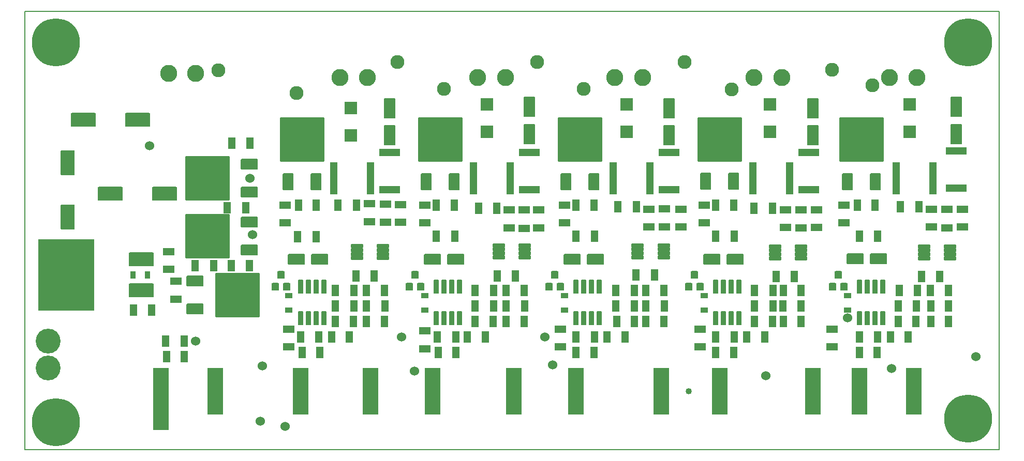
<source format=gbr>
G04 PROTEUS RS274X GERBER FILE*
%FSLAX45Y45*%
%MOMM*%
G01*
%ADD46C,1.524000*%
%ADD47C,1.016000*%
%ADD48C,2.286000*%
%AMPPAD043*
4,1,4,
0.596900,-2.654300,
-0.596900,-2.654300,
-0.596900,2.654300,
0.596900,2.654300,
0.596900,-2.654300,
0*%
%ADD49PPAD043*%
%ADD50C,4.064000*%
%ADD51C,2.794000*%
%AMPPAD046*
4,1,36,
-1.143000,1.270000,
1.143000,1.270000,
1.168970,1.267470,
1.192980,1.260200,
1.214580,1.248650,
1.233290,1.233290,
1.248650,1.214570,
1.260200,1.192980,
1.267470,1.168970,
1.270000,1.143000,
1.270000,-1.143000,
1.267470,-1.168970,
1.260200,-1.192980,
1.248650,-1.214570,
1.233290,-1.233290,
1.214580,-1.248650,
1.192980,-1.260200,
1.168970,-1.267470,
1.143000,-1.270000,
-1.143000,-1.270000,
-1.168970,-1.267470,
-1.192980,-1.260200,
-1.214580,-1.248650,
-1.233290,-1.233290,
-1.248650,-1.214570,
-1.260200,-1.192980,
-1.267470,-1.168970,
-1.270000,-1.143000,
-1.270000,1.143000,
-1.267470,1.168970,
-1.260200,1.192980,
-1.248650,1.214570,
-1.233290,1.233290,
-1.214580,1.248650,
-1.192980,1.260200,
-1.168970,1.267470,
-1.143000,1.270000,
0*%
%ADD52PPAD046*%
%AMPPAD047*
4,1,4,
-0.571500,0.901700,
0.571500,0.901700,
0.571500,-0.901700,
-0.571500,-0.901700,
-0.571500,0.901700,
0*%
%ADD53PPAD047*%
%AMPPAD048*
4,1,4,
0.901700,0.571500,
0.901700,-0.571500,
-0.901700,-0.571500,
-0.901700,0.571500,
0.901700,0.571500,
0*%
%ADD54PPAD048*%
%AMPPAD049*
4,1,4,
1.054100,-1.054100,
-1.054100,-1.054100,
-1.054100,1.054100,
1.054100,1.054100,
1.054100,-1.054100,
0*%
%ADD55PPAD049*%
%AMPPAD050*
4,1,36,
0.825500,-1.651000,
-0.825500,-1.651000,
-0.851470,-1.648470,
-0.875480,-1.641200,
-0.897080,-1.629650,
-0.915790,-1.614290,
-0.931150,-1.595570,
-0.942700,-1.573980,
-0.949970,-1.549970,
-0.952500,-1.524000,
-0.952500,1.524000,
-0.949970,1.549970,
-0.942700,1.573980,
-0.931150,1.595570,
-0.915790,1.614290,
-0.897080,1.629650,
-0.875480,1.641200,
-0.851470,1.648470,
-0.825500,1.651000,
0.825500,1.651000,
0.851470,1.648470,
0.875480,1.641200,
0.897080,1.629650,
0.915790,1.614290,
0.931150,1.595570,
0.942700,1.573980,
0.949970,1.549970,
0.952500,1.524000,
0.952500,-1.524000,
0.949970,-1.549970,
0.942700,-1.573980,
0.931150,-1.595570,
0.915790,-1.614290,
0.897080,-1.629650,
0.875480,-1.641200,
0.851470,-1.648470,
0.825500,-1.651000,
0*%
%ADD56PPAD050*%
%AMPPAD051*
4,1,4,
1.701800,0.622300,
1.701800,-0.622300,
-1.701800,-0.622300,
-1.701800,0.622300,
1.701800,0.622300,
0*%
%ADD57PPAD051*%
%AMPPAD052*
4,1,36,
-3.492500,3.619500,
3.492500,3.619500,
3.518470,3.616970,
3.542480,3.609700,
3.564080,3.598150,
3.582790,3.582790,
3.598150,3.564070,
3.609700,3.542480,
3.616970,3.518470,
3.619500,3.492500,
3.619500,-3.492500,
3.616970,-3.518470,
3.609700,-3.542480,
3.598150,-3.564070,
3.582790,-3.582790,
3.564080,-3.598150,
3.542480,-3.609700,
3.518470,-3.616970,
3.492500,-3.619500,
-3.492500,-3.619500,
-3.518470,-3.616970,
-3.542480,-3.609700,
-3.564080,-3.598150,
-3.582790,-3.582790,
-3.598150,-3.564070,
-3.609700,-3.542480,
-3.616970,-3.518470,
-3.619500,-3.492500,
-3.619500,3.492500,
-3.616970,3.518470,
-3.609700,3.542480,
-3.598150,3.564070,
-3.582790,3.582790,
-3.564080,3.598150,
-3.542480,3.609700,
-3.518470,3.616970,
-3.492500,3.619500,
0*%
%ADD58PPAD052*%
%AMPPAD053*
4,1,36,
-0.762000,1.397000,
0.762000,1.397000,
0.787970,1.394470,
0.811980,1.387200,
0.833580,1.375650,
0.852290,1.360290,
0.867650,1.341570,
0.879200,1.319980,
0.886470,1.295970,
0.889000,1.270000,
0.889000,-1.270000,
0.886470,-1.295970,
0.879200,-1.319980,
0.867650,-1.341570,
0.852290,-1.360290,
0.833580,-1.375650,
0.811980,-1.387200,
0.787970,-1.394470,
0.762000,-1.397000,
-0.762000,-1.397000,
-0.787970,-1.394470,
-0.811980,-1.387200,
-0.833580,-1.375650,
-0.852290,-1.360290,
-0.867650,-1.341570,
-0.879200,-1.319980,
-0.886470,-1.295970,
-0.889000,-1.270000,
-0.889000,1.270000,
-0.886470,1.295970,
-0.879200,1.319980,
-0.867650,1.341570,
-0.852290,1.360290,
-0.833580,1.375650,
-0.811980,1.387200,
-0.787970,1.394470,
-0.762000,1.397000,
0*%
%ADD59PPAD053*%
%AMPPAD054*
4,1,36,
0.317500,-1.143000,
-0.317500,-1.143000,
-0.343470,-1.140470,
-0.367480,-1.133200,
-0.389080,-1.121650,
-0.407790,-1.106290,
-0.423150,-1.087570,
-0.434700,-1.065980,
-0.441970,-1.041970,
-0.444500,-1.016000,
-0.444500,1.016000,
-0.441970,1.041970,
-0.434700,1.065980,
-0.423150,1.087570,
-0.407790,1.106290,
-0.389080,1.121650,
-0.367480,1.133200,
-0.343470,1.140470,
-0.317500,1.143000,
0.317500,1.143000,
0.343470,1.140470,
0.367480,1.133200,
0.389080,1.121650,
0.407790,1.106290,
0.423150,1.087570,
0.434700,1.065980,
0.441970,1.041970,
0.444500,1.016000,
0.444500,-1.016000,
0.441970,-1.041970,
0.434700,-1.065980,
0.423150,-1.087570,
0.407790,-1.106290,
0.389080,-1.121650,
0.367480,-1.133200,
0.343470,-1.140470,
0.317500,-1.143000,
0*%
%ADD60PPAD054*%
%AMPPAD055*
4,1,36,
-1.397000,-0.762000,
-1.397000,0.762000,
-1.394470,0.787970,
-1.387200,0.811980,
-1.375650,0.833580,
-1.360290,0.852290,
-1.341570,0.867650,
-1.319980,0.879200,
-1.295970,0.886470,
-1.270000,0.889000,
1.270000,0.889000,
1.295970,0.886470,
1.319980,0.879200,
1.341570,0.867650,
1.360290,0.852290,
1.375650,0.833580,
1.387200,0.811980,
1.394470,0.787970,
1.397000,0.762000,
1.397000,-0.762000,
1.394470,-0.787970,
1.387200,-0.811980,
1.375650,-0.833580,
1.360290,-0.852290,
1.341570,-0.867650,
1.319980,-0.879200,
1.295970,-0.886470,
1.270000,-0.889000,
-1.270000,-0.889000,
-1.295970,-0.886470,
-1.319980,-0.879200,
-1.341570,-0.867650,
-1.360290,-0.852290,
-1.375650,-0.833580,
-1.387200,-0.811980,
-1.394470,-0.787970,
-1.397000,-0.762000,
0*%
%ADD61PPAD055*%
%AMPPAD056*
4,1,36,
0.571500,0.317500,
0.571500,-0.317500,
0.568970,-0.343470,
0.561700,-0.367480,
0.550150,-0.389080,
0.534790,-0.407790,
0.516070,-0.423150,
0.494480,-0.434700,
0.470470,-0.441970,
0.444500,-0.444500,
-0.444500,-0.444500,
-0.470470,-0.441970,
-0.494480,-0.434700,
-0.516070,-0.423150,
-0.534790,-0.407790,
-0.550150,-0.389080,
-0.561700,-0.367480,
-0.568970,-0.343470,
-0.571500,-0.317500,
-0.571500,0.317500,
-0.568970,0.343470,
-0.561700,0.367480,
-0.550150,0.389080,
-0.534790,0.407790,
-0.516070,0.423150,
-0.494480,0.434700,
-0.470470,0.441970,
-0.444500,0.444500,
0.444500,0.444500,
0.470470,0.441970,
0.494480,0.434700,
0.516070,0.423150,
0.534790,0.407790,
0.550150,0.389080,
0.561700,0.367480,
0.568970,0.343470,
0.571500,0.317500,
0*%
%ADD62PPAD056*%
%AMPPAD057*
4,1,36,
0.444500,-0.635000,
-0.444500,-0.635000,
-0.470470,-0.632470,
-0.494480,-0.625200,
-0.516080,-0.613650,
-0.534790,-0.598290,
-0.550150,-0.579570,
-0.561700,-0.557980,
-0.568970,-0.533970,
-0.571500,-0.508000,
-0.571500,0.508000,
-0.568970,0.533970,
-0.561700,0.557980,
-0.550150,0.579570,
-0.534790,0.598290,
-0.516080,0.613650,
-0.494480,0.625200,
-0.470470,0.632470,
-0.444500,0.635000,
0.444500,0.635000,
0.470470,0.632470,
0.494480,0.625200,
0.516080,0.613650,
0.534790,0.598290,
0.550150,0.579570,
0.561700,0.557980,
0.568970,0.533970,
0.571500,0.508000,
0.571500,-0.508000,
0.568970,-0.533970,
0.561700,-0.557980,
0.550150,-0.579570,
0.534790,-0.598290,
0.516080,-0.613650,
0.494480,-0.625200,
0.470470,-0.632470,
0.444500,-0.635000,
0*%
%ADD63PPAD057*%
%AMPPAD058*
4,1,36,
-1.016000,-0.190500,
-1.016000,0.190500,
-1.013470,0.216470,
-1.006200,0.240480,
-0.994650,0.262080,
-0.979290,0.280790,
-0.960570,0.296150,
-0.938980,0.307700,
-0.914970,0.314970,
-0.889000,0.317500,
0.889000,0.317500,
0.914970,0.314970,
0.938980,0.307700,
0.960570,0.296150,
0.979290,0.280790,
0.994650,0.262080,
1.006200,0.240480,
1.013470,0.216470,
1.016000,0.190500,
1.016000,-0.190500,
1.013470,-0.216470,
1.006200,-0.240480,
0.994650,-0.262080,
0.979290,-0.280790,
0.960570,-0.296150,
0.938980,-0.307700,
0.914970,-0.314970,
0.889000,-0.317500,
-0.889000,-0.317500,
-0.914970,-0.314970,
-0.938980,-0.307700,
-0.960570,-0.296150,
-0.979290,-0.280790,
-0.994650,-0.262080,
-1.006200,-0.240480,
-1.013470,-0.216470,
-1.016000,-0.190500,
0*%
%ADD64PPAD058*%
%ADD65C,7.874000*%
%AMPPAD060*
4,1,36,
3.619500,3.492500,
3.619500,-3.492500,
3.616970,-3.518470,
3.609700,-3.542480,
3.598150,-3.564080,
3.582790,-3.582790,
3.564070,-3.598150,
3.542480,-3.609700,
3.518470,-3.616970,
3.492500,-3.619500,
-3.492500,-3.619500,
-3.518470,-3.616970,
-3.542480,-3.609700,
-3.564070,-3.598150,
-3.582790,-3.582790,
-3.598150,-3.564080,
-3.609700,-3.542480,
-3.616970,-3.518470,
-3.619500,-3.492500,
-3.619500,3.492500,
-3.616970,3.518470,
-3.609700,3.542480,
-3.598150,3.564080,
-3.582790,3.582790,
-3.564070,3.598150,
-3.542480,3.609700,
-3.518470,3.616970,
-3.492500,3.619500,
3.492500,3.619500,
3.518470,3.616970,
3.542480,3.609700,
3.564070,3.598150,
3.582790,3.582790,
3.598150,3.564080,
3.609700,3.542480,
3.616970,3.518470,
3.619500,3.492500,
0*%
%ADD66PPAD060*%
%AMPPAD061*
4,1,36,
-1.016000,2.032000,
1.016000,2.032000,
1.041970,2.029470,
1.065980,2.022200,
1.087580,2.010650,
1.106290,1.995290,
1.121650,1.976570,
1.133200,1.954980,
1.140470,1.930970,
1.143000,1.905000,
1.143000,-1.905000,
1.140470,-1.930970,
1.133200,-1.954980,
1.121650,-1.976570,
1.106290,-1.995290,
1.087580,-2.010650,
1.065980,-2.022200,
1.041970,-2.029470,
1.016000,-2.032000,
-1.016000,-2.032000,
-1.041970,-2.029470,
-1.065980,-2.022200,
-1.087580,-2.010650,
-1.106290,-1.995290,
-1.121650,-1.976570,
-1.133200,-1.954980,
-1.140470,-1.930970,
-1.143000,-1.905000,
-1.143000,1.905000,
-1.140470,1.930970,
-1.133200,1.954980,
-1.121650,1.976570,
-1.106290,1.995290,
-1.087580,2.010650,
-1.065980,2.022200,
-1.041970,2.029470,
-1.016000,2.032000,
0*%
%ADD67PPAD061*%
%AMPPAD062*
4,1,36,
-0.317500,0.571500,
0.317500,0.571500,
0.343470,0.568970,
0.367480,0.561700,
0.389080,0.550150,
0.407790,0.534790,
0.423150,0.516070,
0.434700,0.494480,
0.441970,0.470470,
0.444500,0.444500,
0.444500,-0.444500,
0.441970,-0.470470,
0.434700,-0.494480,
0.423150,-0.516070,
0.407790,-0.534790,
0.389080,-0.550150,
0.367480,-0.561700,
0.343470,-0.568970,
0.317500,-0.571500,
-0.317500,-0.571500,
-0.343470,-0.568970,
-0.367480,-0.561700,
-0.389080,-0.550150,
-0.407790,-0.534790,
-0.423150,-0.516070,
-0.434700,-0.494480,
-0.441970,-0.470470,
-0.444500,-0.444500,
-0.444500,0.444500,
-0.441970,0.470470,
-0.434700,0.494480,
-0.423150,0.516070,
-0.407790,0.534790,
-0.389080,0.550150,
-0.367480,0.561700,
-0.343470,0.568970,
-0.317500,0.571500,
0*%
%ADD68PPAD062*%
%AMPPAD063*
4,1,36,
-4.572000,-5.715000,
-4.572000,5.715000,
-4.569470,5.740970,
-4.562200,5.764980,
-4.550650,5.786580,
-4.535290,5.805290,
-4.516570,5.820650,
-4.494980,5.832200,
-4.470970,5.839470,
-4.445000,5.842000,
4.445000,5.842000,
4.470970,5.839470,
4.494980,5.832200,
4.516570,5.820650,
4.535290,5.805290,
4.550650,5.786580,
4.562200,5.764980,
4.569470,5.740970,
4.572000,5.715000,
4.572000,-5.715000,
4.569470,-5.740970,
4.562200,-5.764980,
4.550650,-5.786580,
4.535290,-5.805290,
4.516570,-5.820650,
4.494980,-5.832200,
4.470970,-5.839470,
4.445000,-5.842000,
-4.445000,-5.842000,
-4.470970,-5.839470,
-4.494980,-5.832200,
-4.516570,-5.820650,
-4.535290,-5.805290,
-4.550650,-5.786580,
-4.562200,-5.764980,
-4.569470,-5.740970,
-4.572000,-5.715000,
0*%
%ADD69PPAD063*%
%AMPPAD064*
4,1,36,
-2.032000,-1.016000,
-2.032000,1.016000,
-2.029470,1.041970,
-2.022200,1.065980,
-2.010650,1.087580,
-1.995290,1.106290,
-1.976570,1.121650,
-1.954980,1.133200,
-1.930970,1.140470,
-1.905000,1.143000,
1.905000,1.143000,
1.930970,1.140470,
1.954980,1.133200,
1.976570,1.121650,
1.995290,1.106290,
2.010650,1.087580,
2.022200,1.065980,
2.029470,1.041970,
2.032000,1.016000,
2.032000,-1.016000,
2.029470,-1.041970,
2.022200,-1.065980,
2.010650,-1.087580,
1.995290,-1.106290,
1.976570,-1.121650,
1.954980,-1.133200,
1.930970,-1.140470,
1.905000,-1.143000,
-1.905000,-1.143000,
-1.930970,-1.140470,
-1.954980,-1.133200,
-1.976570,-1.121650,
-1.995290,-1.106290,
-2.010650,-1.087580,
-2.022200,-1.065980,
-2.029470,-1.041970,
-2.032000,-1.016000,
0*%
%ADD74PPAD064*%
%ADD40C,0.203200*%
D46*
X-1270000Y-2413000D03*
X+6032500Y-2095500D03*
X+1079500Y-2413000D03*
D47*
X+3429000Y-3302000D03*
D46*
X+8128000Y-2730500D03*
D48*
X-2984500Y+1587500D03*
X-571500Y+1651000D03*
X+1714500Y+1651000D03*
X+4134346Y+1645009D03*
X+5778500Y+1968500D03*
X+6437156Y+1707029D03*
X+3365500Y+2095500D03*
X+952500Y+2095500D03*
X-1333500Y+2095500D03*
D46*
X-4635500Y-2476500D03*
X-3175000Y-3873500D03*
X-3746500Y+190500D03*
D48*
X-4263961Y+1955083D03*
D46*
X+1206500Y-2870200D03*
X-5394560Y+718686D03*
X-3710965Y-739165D03*
X-3579519Y-3792125D03*
X-3543300Y-2882900D03*
X+4694397Y-3045266D03*
X+6750617Y-2928609D03*
X-1054100Y-2971800D03*
D49*
X-1778000Y+190500D03*
X-2378000Y+190500D03*
D50*
X-7048500Y-2476500D03*
X-7048500Y-2921000D03*
D51*
X-1828800Y+1841500D03*
D52*
X-2921000Y-3556000D03*
X-2921000Y-3048000D03*
X-2921000Y-3302000D03*
D53*
X-4117620Y-292100D03*
X-3817620Y-292100D03*
D54*
X-4960620Y-1498600D03*
X-4960620Y-1798600D03*
D55*
X-2095500Y+1339000D03*
X-2095500Y+889000D03*
D56*
X-1460500Y+889000D03*
X-1460500Y+1333500D03*
D57*
X-1460500Y+610000D03*
X-1460500Y+0D03*
D58*
X-2895600Y+817880D03*
D59*
X-3124200Y+127000D03*
X-2667000Y+127000D03*
D60*
X-2921000Y-2108200D03*
X-2794000Y-2108200D03*
X-2667000Y-2108200D03*
X-2540000Y-2108200D03*
X-2540000Y-1587500D03*
X-2667000Y-1587500D03*
X-2794000Y-1587500D03*
X-2921000Y-1587500D03*
D53*
X-2667000Y-254000D03*
X-2957000Y-254000D03*
D54*
X-3175000Y-254000D03*
X-3175000Y-544000D03*
D53*
X-2967000Y-768350D03*
X-2667000Y-768350D03*
D61*
X-2984500Y-1143000D03*
X-2603500Y-1143000D03*
D62*
X-3111500Y-1968500D03*
X-3111500Y-1733550D03*
D53*
X-2921000Y-2413000D03*
X-2621000Y-2413000D03*
X-2893500Y-2667000D03*
X-2603500Y-2667000D03*
D63*
X-3243580Y-1397000D03*
X-3337560Y-1587500D03*
X-3149600Y-1587500D03*
D54*
X-3111500Y-2286000D03*
X-3111500Y-2576000D03*
X-1790700Y-520700D03*
X-1790700Y-230700D03*
X-1282700Y-531300D03*
X-1282700Y-241300D03*
X-1528800Y-233400D03*
X-1528800Y-533400D03*
D64*
X-2000250Y-925600D03*
X-2000250Y-990600D03*
X-2000250Y-1055600D03*
X-2000250Y-1120600D03*
X-1570250Y-1120600D03*
X-1570250Y-1055600D03*
X-1570250Y-990600D03*
X-1570250Y-925600D03*
D53*
X-2014500Y-1409700D03*
X-1714500Y-1409700D03*
X-1841500Y-2159000D03*
X-1551500Y-2159000D03*
X-1841500Y-1651000D03*
X-1551500Y-1651000D03*
X-2349500Y-2159000D03*
X-2059500Y-2159000D03*
X-2349500Y-1651000D03*
X-2049500Y-1651000D03*
X-2349500Y-1905000D03*
X-2049500Y-1905000D03*
X-1841500Y-1905000D03*
X-1541500Y-1905000D03*
X-2306600Y-254000D03*
X-2006600Y-254000D03*
D58*
X-635000Y+817880D03*
D59*
X-863600Y+127000D03*
X-406400Y+127000D03*
D49*
X+508000Y+190500D03*
X-92000Y+190500D03*
D55*
X+127000Y+1397000D03*
X+127000Y+947000D03*
D56*
X+825500Y+907000D03*
X+825500Y+1351500D03*
D57*
X+825500Y+610000D03*
X+825500Y+0D03*
D64*
X+319300Y-911400D03*
X+319300Y-976400D03*
X+319300Y-1041400D03*
X+319300Y-1106400D03*
X+749300Y-1106400D03*
X+749300Y-1041400D03*
X+749300Y-976400D03*
X+749300Y-911400D03*
D54*
X-889000Y-254000D03*
X-889000Y-544000D03*
D53*
X-408500Y-254000D03*
X-698500Y-254000D03*
X-698500Y-762000D03*
X-398500Y-762000D03*
D61*
X-762000Y-1143000D03*
X-381000Y-1143000D03*
D63*
X-1046480Y-1397000D03*
X-1140460Y-1587500D03*
X-952500Y-1587500D03*
D62*
X-889000Y-1968500D03*
X-889000Y-1733550D03*
D60*
X-698500Y-2108200D03*
X-571500Y-2108200D03*
X-444500Y-2108200D03*
X-317500Y-2108200D03*
X-317500Y-1587500D03*
X-444500Y-1587500D03*
X-571500Y-1587500D03*
X-698500Y-1587500D03*
D54*
X-889000Y-2313500D03*
X-889000Y-2603500D03*
D53*
X-671000Y-2667000D03*
X-381000Y-2667000D03*
X-681000Y-2413000D03*
X-381000Y-2413000D03*
X-10600Y-304800D03*
X+289400Y-304800D03*
D54*
X+736600Y-332300D03*
X+736600Y-632300D03*
X+495300Y-622300D03*
X+495300Y-332300D03*
X+977900Y-622300D03*
X+977900Y-332300D03*
D53*
X+296900Y-1409700D03*
X+596900Y-1409700D03*
X-63500Y-1651000D03*
X+236500Y-1651000D03*
X-63500Y-1905000D03*
X+236500Y-1905000D03*
X-63500Y-2159000D03*
X+226500Y-2159000D03*
X+444500Y-1651000D03*
X+734500Y-1651000D03*
X+444500Y-2159000D03*
X+734500Y-2159000D03*
X+444500Y-1905000D03*
X+744500Y-1905000D03*
D51*
X+431800Y+1841500D03*
D52*
X-762000Y-3556000D03*
X-762000Y-3302000D03*
X-762000Y-3048000D03*
D56*
X+3111500Y+889000D03*
X+3111500Y+1333500D03*
D55*
X+2413000Y+1397000D03*
X+2413000Y+947000D03*
D62*
X+1397000Y-1968500D03*
X+1397000Y-1733550D03*
D49*
X+2794000Y+190500D03*
X+2194000Y+190500D03*
D63*
X+1239520Y-1397000D03*
X+1145540Y-1587500D03*
X+1333500Y-1587500D03*
D58*
X+1651000Y+817880D03*
D59*
X+1422400Y+127000D03*
X+1879600Y+127000D03*
D52*
X+1587500Y-3302000D03*
X+1587500Y-3556000D03*
X+1587500Y-3048000D03*
D64*
X+2592600Y-909900D03*
X+2592600Y-974900D03*
X+2592600Y-1039900D03*
X+2592600Y-1104900D03*
X+3022600Y-1104900D03*
X+3022600Y-1039900D03*
X+3022600Y-974900D03*
X+3022600Y-909900D03*
D60*
X+1587500Y-2108200D03*
X+1714500Y-2108200D03*
X+1841500Y-2108200D03*
X+1968500Y-2108200D03*
X+1968500Y-1587500D03*
X+1841500Y-1587500D03*
X+1714500Y-1587500D03*
X+1587500Y-1587500D03*
D57*
X+3111500Y+610000D03*
X+3111500Y+0D03*
D51*
X+2679700Y+1841500D03*
D53*
X+1587500Y-762000D03*
X+1887500Y-762000D03*
D61*
X+1524000Y-1143000D03*
X+1905000Y-1143000D03*
D54*
X+1397000Y-254000D03*
X+1397000Y-544000D03*
D53*
X+1877500Y-254000D03*
X+1587500Y-254000D03*
X+1587500Y-2667000D03*
X+1877500Y-2667000D03*
D54*
X+1333500Y-2286000D03*
X+1333500Y-2576000D03*
D53*
X+1587500Y-2413000D03*
X+1887500Y-2413000D03*
X+2273300Y-279400D03*
X+2573300Y-279400D03*
D54*
X+3302000Y-607500D03*
X+3302000Y-317500D03*
X+2781300Y-607500D03*
X+2781300Y-317500D03*
X+3030360Y-309740D03*
X+3030360Y-609740D03*
D53*
X+2570200Y-1397000D03*
X+2870200Y-1397000D03*
X+2730500Y-2159000D03*
X+3020500Y-2159000D03*
X+2730500Y-1651000D03*
X+3020500Y-1651000D03*
X+2250000Y-2159000D03*
X+2540000Y-2159000D03*
X+2240000Y-1905000D03*
X+2540000Y-1905000D03*
X+2730500Y-1905000D03*
X+3030500Y-1905000D03*
X+2240000Y-1651000D03*
X+2540000Y-1651000D03*
D56*
X+5461000Y+889000D03*
X+5461000Y+1333500D03*
D55*
X+4762500Y+1397000D03*
X+4762500Y+947000D03*
D62*
X+3683000Y-1968500D03*
X+3683000Y-1733550D03*
D52*
X+3937000Y-3556000D03*
X+6223000Y-3556000D03*
X+3937000Y-3048000D03*
X+6223000Y-3048000D03*
D49*
X+5080000Y+190500D03*
X+4480000Y+190500D03*
D52*
X+3937000Y-3302000D03*
X+6223000Y-3302000D03*
D63*
X+3525520Y-1397000D03*
X+3431540Y-1587500D03*
X+3619500Y-1587500D03*
D58*
X+3937000Y+825500D03*
D59*
X+3708400Y+134620D03*
X+4165600Y+134620D03*
D63*
X+5875020Y-1397000D03*
X+5781040Y-1587500D03*
X+5969000Y-1587500D03*
D58*
X+6261100Y+817880D03*
D59*
X+6032500Y+127000D03*
X+6489700Y+127000D03*
D51*
X+4953000Y+1841500D03*
X+7162800Y+1841500D03*
D57*
X+5397500Y+610000D03*
X+5397500Y+0D03*
X+7810500Y+635000D03*
X+7810500Y+25000D03*
D64*
X+4840500Y-927100D03*
X+4840500Y-992100D03*
X+4840500Y-1057100D03*
X+4840500Y-1122100D03*
X+5270500Y-1122100D03*
X+5270500Y-1057100D03*
X+5270500Y-992100D03*
X+5270500Y-927100D03*
D60*
X+3873500Y-2108200D03*
X+4000500Y-2108200D03*
X+4127500Y-2108200D03*
X+4254500Y-2108200D03*
X+4254500Y-1587500D03*
X+4127500Y-1587500D03*
X+4000500Y-1587500D03*
X+3873500Y-1587500D03*
D64*
X+7278900Y-927100D03*
X+7278900Y-992100D03*
X+7278900Y-1057100D03*
X+7278900Y-1122100D03*
X+7708900Y-1122100D03*
X+7708900Y-1057100D03*
X+7708900Y-992100D03*
X+7708900Y-927100D03*
D60*
X+6223000Y-2108200D03*
X+6350000Y-2108200D03*
X+6477000Y-2108200D03*
X+6604000Y-2108200D03*
X+6604000Y-1587500D03*
X+6477000Y-1587500D03*
X+6350000Y-1587500D03*
X+6223000Y-1587500D03*
D53*
X+3873500Y-2413000D03*
X+4173500Y-2413000D03*
X+3873500Y-762000D03*
X+4173500Y-762000D03*
D61*
X+3810000Y-1143000D03*
X+4191000Y-1143000D03*
D54*
X+3619500Y-2286000D03*
X+3619500Y-2576000D03*
X+3683000Y-254000D03*
X+3683000Y-544000D03*
D53*
X+4163500Y-254000D03*
X+3873500Y-254000D03*
X+3873500Y-2667000D03*
X+4163500Y-2667000D03*
D54*
X+5016500Y-620200D03*
X+5016500Y-330200D03*
X+5524500Y-620200D03*
X+5524500Y-330200D03*
D53*
X+4508500Y-2159000D03*
X+4798500Y-2159000D03*
X+4861280Y-1422400D03*
X+5161280Y-1422400D03*
D54*
X+5270500Y-330200D03*
X+5270500Y-630200D03*
D53*
X+4500600Y-304800D03*
X+4800600Y-304800D03*
X+4980500Y-2159000D03*
X+5270500Y-2159000D03*
X+4980500Y-1651000D03*
X+5270500Y-1651000D03*
X+7393500Y-2159000D03*
X+7683500Y-2159000D03*
X+4508500Y-1905000D03*
X+4808500Y-1905000D03*
X+4970500Y-1905000D03*
X+5270500Y-1905000D03*
X+4508500Y-1651000D03*
X+4808500Y-1651000D03*
D56*
X+7810500Y+907000D03*
X+7810500Y+1351500D03*
D55*
X+7048500Y+1397000D03*
X+7048500Y+947000D03*
D62*
X+6032500Y-1968500D03*
X+6032500Y-1733550D03*
D49*
X+7429500Y+190500D03*
X+6829500Y+190500D03*
D53*
X+6858000Y-1905000D03*
X+7158000Y-1905000D03*
X+6223000Y-762000D03*
X+6523000Y-762000D03*
D61*
X+6159500Y-1135380D03*
X+6540500Y-1135380D03*
D54*
X+5969000Y-254000D03*
X+5969000Y-544000D03*
D53*
X+6477000Y-254000D03*
X+6187000Y-254000D03*
D54*
X+5778500Y-2286000D03*
X+5778500Y-2576000D03*
D53*
X+6223000Y-2667000D03*
X+6513000Y-2667000D03*
X+6223000Y-2413000D03*
X+6523000Y-2413000D03*
X+7239000Y-1422400D03*
X+7539000Y-1422400D03*
X+7383500Y-1651000D03*
X+7683500Y-1651000D03*
D54*
X+7658100Y-322300D03*
X+7658100Y-622300D03*
D53*
X+6875500Y-1651000D03*
X+7175500Y-1651000D03*
X+6896100Y-279400D03*
X+7196100Y-279400D03*
X+7393500Y-1905000D03*
X+7683500Y-1905000D03*
D54*
X+7404100Y-609600D03*
X+7404100Y-319600D03*
X+7912100Y-609600D03*
X+7912100Y-319600D03*
D53*
X+6858000Y-2159000D03*
X+7148000Y-2159000D03*
D52*
X+7112000Y-3302000D03*
X+5461000Y-3302000D03*
X+2984500Y-3302000D03*
X+571500Y-3302000D03*
X-1778000Y-3302000D03*
X+7112000Y-3556000D03*
X+5461000Y-3556000D03*
X+2984500Y-3556000D03*
X+571500Y-3556000D03*
X-1778000Y-3556000D03*
X+7112000Y-3048000D03*
X+5461000Y-3048000D03*
X+2984500Y-3048000D03*
X+571500Y-3048000D03*
X-1778000Y-3048000D03*
D51*
X+6718300Y+1841500D03*
X+4495800Y+1841500D03*
X+2222500Y+1841500D03*
X-25400Y+1841500D03*
X-2273300Y+1841500D03*
X-5080000Y+1905000D03*
D52*
X-4318000Y-3556000D03*
X-4318000Y-3048000D03*
X-4318000Y-3302000D03*
D53*
X-4054120Y-1244600D03*
X-3754120Y-1244600D03*
X-4046500Y+762000D03*
X-3746500Y+762000D03*
D65*
X-6921500Y-3810000D03*
X-6921500Y+2413000D03*
X+8001000Y+2413000D03*
X+8001000Y-3746500D03*
D53*
X-4826000Y-2476500D03*
X-5126000Y-2476500D03*
D54*
X-5080000Y-1306000D03*
X-5080000Y-1016000D03*
D53*
X-4826000Y-2730500D03*
X-5116000Y-2730500D03*
D52*
X-5207000Y-3048000D03*
X-5207000Y-3302000D03*
X-5207000Y-3556000D03*
D66*
X-3952240Y-1727200D03*
D61*
X-4643120Y-1498600D03*
X-4643120Y-1955800D03*
D66*
X-4445000Y-762000D03*
D61*
X-3754120Y-990600D03*
X-3754120Y-533400D03*
D66*
X-4445000Y+190500D03*
D61*
X-3754120Y-38100D03*
X-3754120Y+419100D03*
D53*
X-4643120Y-1244600D03*
X-4343120Y-1244600D03*
D52*
X-5207000Y-3810000D03*
D51*
X-4635500Y+1905000D03*
D53*
X-2413000Y-2413000D03*
X-2123000Y-2413000D03*
X-190500Y-2413000D03*
X+99500Y-2413000D03*
X+2095500Y-2413000D03*
X+2385500Y-2413000D03*
X+4381500Y-2413000D03*
X+4671500Y-2413000D03*
X+6731000Y-2413000D03*
X+7021000Y-2413000D03*
D67*
X-6731000Y-444500D03*
X-6731000Y+444500D03*
D68*
X-5429250Y-1397000D03*
X-5664200Y-1397000D03*
D69*
X-6756400Y-1396216D03*
D74*
X-5524500Y-1650216D03*
X-5524500Y-1142216D03*
D53*
X-5361500Y-1968500D03*
X-5651500Y-1968500D03*
D74*
X-6032500Y-63500D03*
X-5143500Y-63500D03*
X-6477000Y+1143000D03*
X-5588000Y+1143000D03*
D40*
X-7429500Y-4254500D02*
X+8509000Y-4254500D01*
X+8509000Y+2921000D01*
X-7429500Y+2921000D01*
X-7429500Y-4254500D01*
M02*

</source>
